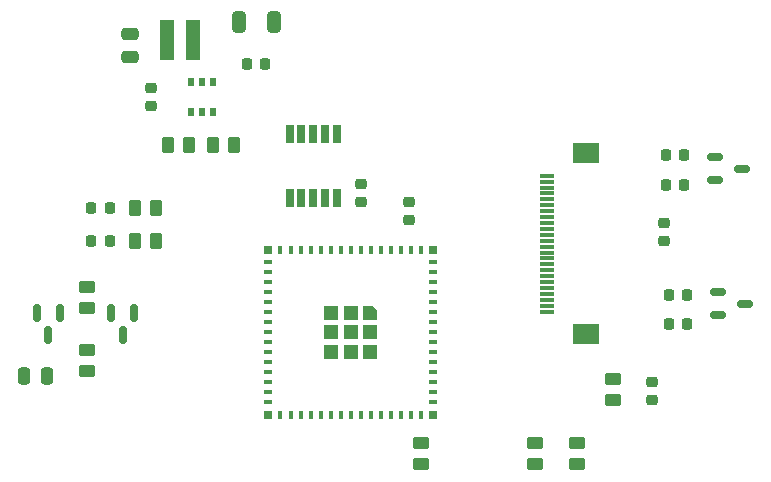
<source format=gbr>
%TF.GenerationSoftware,KiCad,Pcbnew,8.0.4*%
%TF.CreationDate,2024-09-11T06:46:47-05:00*%
%TF.ProjectId,rc,72632e6b-6963-4616-945f-706362585858,rev?*%
%TF.SameCoordinates,Original*%
%TF.FileFunction,Paste,Top*%
%TF.FilePolarity,Positive*%
%FSLAX46Y46*%
G04 Gerber Fmt 4.6, Leading zero omitted, Abs format (unit mm)*
G04 Created by KiCad (PCBNEW 8.0.4) date 2024-09-11 06:46:47*
%MOMM*%
%LPD*%
G01*
G04 APERTURE LIST*
G04 Aperture macros list*
%AMRoundRect*
0 Rectangle with rounded corners*
0 $1 Rounding radius*
0 $2 $3 $4 $5 $6 $7 $8 $9 X,Y pos of 4 corners*
0 Add a 4 corners polygon primitive as box body*
4,1,4,$2,$3,$4,$5,$6,$7,$8,$9,$2,$3,0*
0 Add four circle primitives for the rounded corners*
1,1,$1+$1,$2,$3*
1,1,$1+$1,$4,$5*
1,1,$1+$1,$6,$7*
1,1,$1+$1,$8,$9*
0 Add four rect primitives between the rounded corners*
20,1,$1+$1,$2,$3,$4,$5,0*
20,1,$1+$1,$4,$5,$6,$7,0*
20,1,$1+$1,$6,$7,$8,$9,0*
20,1,$1+$1,$8,$9,$2,$3,0*%
%AMOutline5P*
0 Free polygon, 5 corners , with rotation*
0 The origin of the aperture is its center*
0 number of corners: always 5*
0 $1 to $10 corner X, Y*
0 $11 Rotation angle, in degrees counterclockwise*
0 create outline with 5 corners*
4,1,5,$1,$2,$3,$4,$5,$6,$7,$8,$9,$10,$1,$2,$11*%
%AMOutline6P*
0 Free polygon, 6 corners , with rotation*
0 The origin of the aperture is its center*
0 number of corners: always 6*
0 $1 to $12 corner X, Y*
0 $13 Rotation angle, in degrees counterclockwise*
0 create outline with 6 corners*
4,1,6,$1,$2,$3,$4,$5,$6,$7,$8,$9,$10,$11,$12,$1,$2,$13*%
%AMOutline7P*
0 Free polygon, 7 corners , with rotation*
0 The origin of the aperture is its center*
0 number of corners: always 7*
0 $1 to $14 corner X, Y*
0 $15 Rotation angle, in degrees counterclockwise*
0 create outline with 7 corners*
4,1,7,$1,$2,$3,$4,$5,$6,$7,$8,$9,$10,$11,$12,$13,$14,$1,$2,$15*%
%AMOutline8P*
0 Free polygon, 8 corners , with rotation*
0 The origin of the aperture is its center*
0 number of corners: always 8*
0 $1 to $16 corner X, Y*
0 $17 Rotation angle, in degrees counterclockwise*
0 create outline with 8 corners*
4,1,8,$1,$2,$3,$4,$5,$6,$7,$8,$9,$10,$11,$12,$13,$14,$15,$16,$1,$2,$17*%
G04 Aperture macros list end*
%ADD10R,0.400000X0.800000*%
%ADD11R,0.800000X0.400000*%
%ADD12Outline5P,-0.600000X0.204000X-0.204000X0.600000X0.600000X0.600000X0.600000X-0.600000X-0.600000X-0.600000X270.000000*%
%ADD13R,1.200000X1.200000*%
%ADD14R,0.800000X0.800000*%
%ADD15RoundRect,0.250000X0.450000X-0.262500X0.450000X0.262500X-0.450000X0.262500X-0.450000X-0.262500X0*%
%ADD16R,1.300000X0.300000*%
%ADD17R,2.200000X1.800000*%
%ADD18RoundRect,0.250000X-0.450000X0.262500X-0.450000X-0.262500X0.450000X-0.262500X0.450000X0.262500X0*%
%ADD19RoundRect,0.225000X-0.225000X-0.250000X0.225000X-0.250000X0.225000X0.250000X-0.225000X0.250000X0*%
%ADD20RoundRect,0.150000X-0.512500X-0.150000X0.512500X-0.150000X0.512500X0.150000X-0.512500X0.150000X0*%
%ADD21RoundRect,0.225000X0.250000X-0.225000X0.250000X0.225000X-0.250000X0.225000X-0.250000X-0.225000X0*%
%ADD22RoundRect,0.250000X0.262500X0.450000X-0.262500X0.450000X-0.262500X-0.450000X0.262500X-0.450000X0*%
%ADD23RoundRect,0.250000X0.250000X0.475000X-0.250000X0.475000X-0.250000X-0.475000X0.250000X-0.475000X0*%
%ADD24R,0.549999X0.800001*%
%ADD25RoundRect,0.250000X0.325000X0.650000X-0.325000X0.650000X-0.325000X-0.650000X0.325000X-0.650000X0*%
%ADD26RoundRect,0.218750X-0.218750X-0.256250X0.218750X-0.256250X0.218750X0.256250X-0.218750X0.256250X0*%
%ADD27RoundRect,0.225000X-0.250000X0.225000X-0.250000X-0.225000X0.250000X-0.225000X0.250000X0.225000X0*%
%ADD28RoundRect,0.225000X0.225000X0.250000X-0.225000X0.250000X-0.225000X-0.250000X0.225000X-0.250000X0*%
%ADD29R,1.300000X3.500000*%
%ADD30RoundRect,0.250000X-0.475000X0.250000X-0.475000X-0.250000X0.475000X-0.250000X0.475000X0.250000X0*%
%ADD31RoundRect,0.150000X-0.150000X0.587500X-0.150000X-0.587500X0.150000X-0.587500X0.150000X0.587500X0*%
%ADD32R,0.650000X1.525000*%
G04 APERTURE END LIST*
D10*
%TO.C,U1*%
X152522769Y-71789426D03*
X151672769Y-71789426D03*
X150822769Y-71789426D03*
X149972769Y-71789426D03*
X149122769Y-71789426D03*
X148272769Y-71789426D03*
X147422769Y-71789426D03*
X146572769Y-71789426D03*
X145722769Y-71789426D03*
X144872769Y-71789426D03*
X144022769Y-71789426D03*
X143172769Y-71789426D03*
X142322769Y-71789426D03*
X141472769Y-71789426D03*
X140622769Y-71789426D03*
D11*
X139572769Y-72839426D03*
X139572769Y-73689426D03*
X139572769Y-74539426D03*
X139572769Y-75389426D03*
X139572769Y-76239426D03*
X139572769Y-77089426D03*
X139572769Y-77939426D03*
X139572769Y-78789426D03*
X139572769Y-79639426D03*
X139572769Y-80489426D03*
X139572769Y-81339426D03*
X139572769Y-82189426D03*
X139572769Y-83039426D03*
X139572769Y-83889426D03*
X139572769Y-84739426D03*
D10*
X140622769Y-85789426D03*
X141472769Y-85789426D03*
X142322769Y-85789426D03*
X143172769Y-85789426D03*
X144022769Y-85789426D03*
X144872769Y-85789426D03*
X145722769Y-85789426D03*
X146572769Y-85789426D03*
X147422769Y-85789426D03*
X148272769Y-85789426D03*
X149122769Y-85789426D03*
X149972769Y-85789426D03*
X150822769Y-85789426D03*
X151672769Y-85789426D03*
X152522769Y-85789426D03*
D11*
X153572769Y-84739426D03*
X153572769Y-83889426D03*
X153572769Y-83039426D03*
X153572769Y-82189426D03*
X153572769Y-81339426D03*
X153572769Y-80489426D03*
X153572769Y-79639426D03*
X153572769Y-78789426D03*
X153572769Y-77939426D03*
X153572769Y-77089426D03*
X153572769Y-76239426D03*
X153572769Y-75389426D03*
X153572769Y-74539426D03*
X153572769Y-73689426D03*
X153572769Y-72839426D03*
D12*
X148222769Y-77139426D03*
D13*
X146572769Y-77139426D03*
X144922769Y-77139426D03*
X148222769Y-78789426D03*
X146572769Y-78789426D03*
X144922769Y-78789426D03*
X148222769Y-80439426D03*
X146572769Y-80439426D03*
X144922769Y-80439426D03*
D14*
X153572769Y-71789426D03*
X139572769Y-71789426D03*
X139572769Y-85789426D03*
X153572769Y-85789426D03*
%TD*%
D15*
%TO.C,R5*%
X152542769Y-89987926D03*
X152542769Y-88162926D03*
%TD*%
D16*
%TO.C,J1*%
X163204769Y-77045426D03*
X163204769Y-76545426D03*
X163204769Y-76045426D03*
X163204769Y-75545426D03*
X163204769Y-75045426D03*
X163204769Y-74545426D03*
X163204769Y-74045426D03*
X163204769Y-73545426D03*
X163204769Y-73045426D03*
X163204769Y-72545426D03*
X163204769Y-72045426D03*
X163204769Y-71545426D03*
X163204769Y-71045426D03*
X163204769Y-70545426D03*
X163204769Y-70045426D03*
X163204769Y-69545426D03*
X163204769Y-69045426D03*
X163204769Y-68545426D03*
X163204769Y-68045426D03*
X163204769Y-67545426D03*
X163204769Y-67045426D03*
X163204769Y-66545426D03*
X163204769Y-66045426D03*
X163204769Y-65545426D03*
D17*
X166454769Y-78945426D03*
X166454769Y-63645426D03*
%TD*%
D18*
%TO.C,R7*%
X162194769Y-88162926D03*
X162194769Y-89987926D03*
%TD*%
D19*
%TO.C,C9*%
X173482269Y-75625426D03*
X175032269Y-75625426D03*
%TD*%
D20*
%TO.C,U4*%
X177699769Y-75425426D03*
X177699769Y-77325426D03*
X179974769Y-76375426D03*
%TD*%
D15*
%TO.C,R6*%
X168798769Y-84550426D03*
X168798769Y-82725426D03*
%TD*%
D21*
%TO.C,C3*%
X129682769Y-59624426D03*
X129682769Y-58074426D03*
%TD*%
D22*
%TO.C,R2*%
X136691269Y-62913426D03*
X134866269Y-62913426D03*
%TD*%
D18*
%TO.C,R8*%
X165750769Y-88162926D03*
X165750769Y-89987926D03*
%TD*%
D23*
%TO.C,C11*%
X120830269Y-82471426D03*
X118930269Y-82471426D03*
%TD*%
D24*
%TO.C,U2*%
X133050768Y-60124427D03*
X134000769Y-60124427D03*
X134950767Y-60124427D03*
X134950767Y-57574427D03*
X134000769Y-57574427D03*
X133050768Y-57574427D03*
%TD*%
D25*
%TO.C,C1*%
X140047769Y-52499426D03*
X137097769Y-52499426D03*
%TD*%
D26*
%TO.C,D3*%
X124577269Y-71041426D03*
X126152269Y-71041426D03*
%TD*%
D21*
%TO.C,C5*%
X151526769Y-69276426D03*
X151526769Y-67726426D03*
%TD*%
D27*
%TO.C,C6*%
X147462769Y-66215426D03*
X147462769Y-67765426D03*
%TD*%
D19*
%TO.C,C7*%
X173228269Y-63800426D03*
X174778269Y-63800426D03*
%TD*%
D28*
%TO.C,C2*%
X139347769Y-56055426D03*
X137797769Y-56055426D03*
%TD*%
D22*
%TO.C,R9*%
X130087269Y-68247426D03*
X128262269Y-68247426D03*
%TD*%
D15*
%TO.C,R3*%
X124198269Y-76779926D03*
X124198269Y-74954926D03*
%TD*%
D29*
%TO.C,L1*%
X133238769Y-54023426D03*
X131038769Y-54023426D03*
%TD*%
D22*
%TO.C,R10*%
X130087269Y-71041426D03*
X128262269Y-71041426D03*
%TD*%
D30*
%TO.C,C4*%
X127904769Y-53581426D03*
X127904769Y-55481426D03*
%TD*%
D20*
%TO.C,U3*%
X179720769Y-64945426D03*
X177445769Y-65895426D03*
X177445769Y-63995426D03*
%TD*%
D21*
%TO.C,C12*%
X173116769Y-71054426D03*
X173116769Y-69504426D03*
%TD*%
D26*
%TO.C,D2*%
X124577269Y-68247426D03*
X126152269Y-68247426D03*
%TD*%
D22*
%TO.C,R1*%
X132881269Y-62913426D03*
X131056269Y-62913426D03*
%TD*%
D31*
%TO.C,Q2*%
X128196269Y-77137426D03*
X126296269Y-77137426D03*
X127246269Y-79012426D03*
%TD*%
D19*
%TO.C,C8*%
X173228269Y-66310426D03*
X174778269Y-66310426D03*
%TD*%
D21*
%TO.C,C13*%
X172100769Y-84516426D03*
X172100769Y-82966426D03*
%TD*%
D18*
%TO.C,R4*%
X124198269Y-80288926D03*
X124198269Y-82113926D03*
%TD*%
D32*
%TO.C,IC1*%
X141398769Y-67403426D03*
X142398769Y-67403426D03*
X143398769Y-67403426D03*
X144398769Y-67403426D03*
X145398769Y-67403426D03*
X145398769Y-61979426D03*
X144398769Y-61979426D03*
X143398769Y-61979426D03*
X142398769Y-61979426D03*
X141398769Y-61979426D03*
%TD*%
D19*
%TO.C,C10*%
X173482269Y-78135426D03*
X175032269Y-78135426D03*
%TD*%
D31*
%TO.C,Q1*%
X121912269Y-77137426D03*
X120012269Y-77137426D03*
X120962269Y-79012426D03*
%TD*%
M02*

</source>
